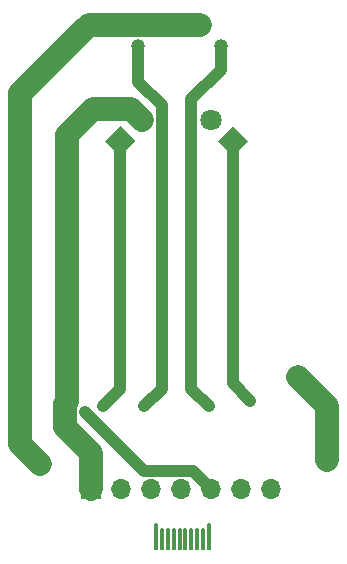
<source format=gbr>
%TF.GenerationSoftware,KiCad,Pcbnew,(5.1.6)-1*%
%TF.CreationDate,2023-10-25T23:53:10+09:00*%
%TF.ProjectId,CMouse-3rd-MOD,434d6f75-7365-42d3-9372-642d4d4f442e,rev?*%
%TF.SameCoordinates,Original*%
%TF.FileFunction,Copper,L2,Bot*%
%TF.FilePolarity,Positive*%
%FSLAX46Y46*%
G04 Gerber Fmt 4.6, Leading zero omitted, Abs format (unit mm)*
G04 Created by KiCad (PCBNEW (5.1.6)-1) date 2023-10-25 23:53:10*
%MOMM*%
%LPD*%
G01*
G04 APERTURE LIST*
%TA.AperFunction,ComponentPad*%
%ADD10C,0.100000*%
%TD*%
%TA.AperFunction,ComponentPad*%
%ADD11C,1.800000*%
%TD*%
%TA.AperFunction,ComponentPad*%
%ADD12R,1.700000X1.700000*%
%TD*%
%TA.AperFunction,ComponentPad*%
%ADD13O,1.700000X1.700000*%
%TD*%
%TA.AperFunction,ComponentPad*%
%ADD14C,1.192000*%
%TD*%
%TA.AperFunction,ViaPad*%
%ADD15C,0.400000*%
%TD*%
%TA.AperFunction,ViaPad*%
%ADD16C,0.800000*%
%TD*%
%TA.AperFunction,Conductor*%
%ADD17C,0.300000*%
%TD*%
%TA.AperFunction,Conductor*%
%ADD18C,1.000000*%
%TD*%
%TA.AperFunction,Conductor*%
%ADD19C,2.000000*%
%TD*%
G04 APERTURE END LIST*
%TA.AperFunction,ComponentPad*%
D10*
%TO.P,IR5,1*%
%TO.N,Net-(IR5-Pad1)*%
G36*
X109500000Y-117772792D02*
G01*
X108227208Y-116500000D01*
X109500000Y-115227208D01*
X110772792Y-116500000D01*
X109500000Y-117772792D01*
G37*
%TD.AperFunction*%
D11*
%TO.P,IR5,2*%
%TO.N,5v*%
X111296051Y-114703949D03*
%TD*%
%TO.P,IR6,2*%
%TO.N,5v*%
X117203949Y-114703949D03*
%TA.AperFunction,ComponentPad*%
D10*
%TO.P,IR6,1*%
%TO.N,Net-(IR6-Pad1)*%
G36*
X120272792Y-116500000D02*
G01*
X119000000Y-117772792D01*
X117727208Y-116500000D01*
X119000000Y-115227208D01*
X120272792Y-116500000D01*
G37*
%TD.AperFunction*%
%TD*%
D12*
%TO.P,J1,1*%
%TO.N,5v*%
X107000000Y-146000000D03*
D13*
%TO.P,J1,2*%
%TO.N,3.3v*%
X109540000Y-146000000D03*
%TO.P,J1,3*%
%TO.N,AN5*%
X112080000Y-146000000D03*
%TO.P,J1,4*%
%TO.N,AN6*%
X114620000Y-146000000D03*
%TO.P,J1,5*%
%TO.N,PD5*%
X117160000Y-146000000D03*
%TO.P,J1,6*%
%TO.N,PD6*%
X119700000Y-146000000D03*
%TO.P,J1,7*%
%TO.N,GND*%
X122240000Y-146000000D03*
%TD*%
D14*
%TO.P,S5,1*%
%TO.N,AN5*%
X111000000Y-108500000D03*
%TO.P,S5,2*%
%TO.N,3.3v*%
X112796051Y-106703949D03*
%TD*%
%TO.P,S6,2*%
%TO.N,3.3v*%
X116203949Y-106703949D03*
%TO.P,S6,1*%
%TO.N,AN6*%
X118000000Y-108500000D03*
%TD*%
D15*
%TO.N,*%
X117000000Y-151000000D03*
X116500000Y-151000000D03*
X116000000Y-151000000D03*
X115500000Y-151000000D03*
X115000000Y-151000000D03*
X114500000Y-151000000D03*
X114000000Y-151000000D03*
X113500000Y-151000000D03*
X113000000Y-151000000D03*
X112500000Y-151000000D03*
D16*
%TO.N,Net-(IR5-Pad1)*%
X108000000Y-139000000D03*
%TO.N,Net-(IR6-Pad1)*%
X120500000Y-138500000D03*
%TO.N,3.3v*%
X102649999Y-143850001D03*
%TO.N,AN5*%
X111500000Y-139000000D03*
%TO.N,AN6*%
X117000000Y-139000000D03*
%TO.N,PD5*%
X106500000Y-139500000D03*
%TO.N,GND*%
X127000000Y-143500000D03*
X124500000Y-136500000D03*
%TD*%
D17*
%TO.N,*%
X112500000Y-149000000D02*
X112500000Y-150624990D01*
X112500000Y-151000000D02*
X112500000Y-149000000D01*
X113000000Y-151000000D02*
X113000000Y-149500000D01*
X113500000Y-151000000D02*
X113500000Y-149500000D01*
X114000000Y-151000000D02*
X114000000Y-149500000D01*
X114500000Y-151000000D02*
X114500000Y-149500000D01*
X115000000Y-149500000D02*
X115000000Y-151000000D01*
X115500000Y-149500000D02*
X115500000Y-151000000D01*
X116000000Y-149500000D02*
X116000000Y-151000000D01*
X116500000Y-151000000D02*
X116500000Y-149500000D01*
X117000000Y-151000000D02*
X117000000Y-149000000D01*
D18*
%TO.N,Net-(IR5-Pad1)*%
X109500000Y-116500000D02*
X109500000Y-137500000D01*
X109500000Y-137500000D02*
X108000000Y-139000000D01*
D19*
%TO.N,5v*%
X104799990Y-138795832D02*
X105000000Y-138595822D01*
X110396052Y-113803950D02*
X111296051Y-114703949D01*
X107196050Y-113803950D02*
X110396052Y-113803950D01*
X107000000Y-142904178D02*
X104799990Y-140704168D01*
X105000000Y-138595822D02*
X105000000Y-116000000D01*
X107000000Y-146000000D02*
X107000000Y-142904178D01*
X105000000Y-116000000D02*
X107196050Y-113803950D01*
X104799990Y-140704168D02*
X104799990Y-138795832D01*
D18*
%TO.N,Net-(IR6-Pad1)*%
X119000000Y-116500000D02*
X119000000Y-137000000D01*
X119000000Y-137000000D02*
X120500000Y-138500000D01*
D19*
%TO.N,3.3v*%
X112796051Y-106703949D02*
X116203949Y-106703949D01*
X102649999Y-143850001D02*
X101000000Y-142200002D01*
X101000000Y-142200002D02*
X101000000Y-112500000D01*
X106796051Y-106703949D02*
X112796051Y-106703949D01*
X101000000Y-112500000D02*
X106796051Y-106703949D01*
D18*
%TO.N,AN5*%
X111000000Y-108500000D02*
X111000000Y-111500000D01*
X111000000Y-111500000D02*
X113000000Y-113500000D01*
X113000000Y-113500000D02*
X113000000Y-120000000D01*
X113000000Y-120000000D02*
X113000000Y-137500000D01*
X113000000Y-137500000D02*
X111500000Y-139000000D01*
%TO.N,AN6*%
X118000000Y-108500000D02*
X118000000Y-110500000D01*
X118000000Y-110500000D02*
X115500000Y-113000000D01*
X115500000Y-113000000D02*
X115500000Y-120000000D01*
X115500000Y-120000000D02*
X115500000Y-137500000D01*
X115500000Y-137500000D02*
X117000000Y-139000000D01*
%TO.N,PD5*%
X111449999Y-144449999D02*
X106500000Y-139500000D01*
X117160000Y-146000000D02*
X115609999Y-144449999D01*
X115609999Y-144449999D02*
X111449999Y-144449999D01*
D19*
%TO.N,GND*%
X127000000Y-143500000D02*
X127000000Y-139000000D01*
X127000000Y-139000000D02*
X124500000Y-136500000D01*
%TD*%
M02*

</source>
